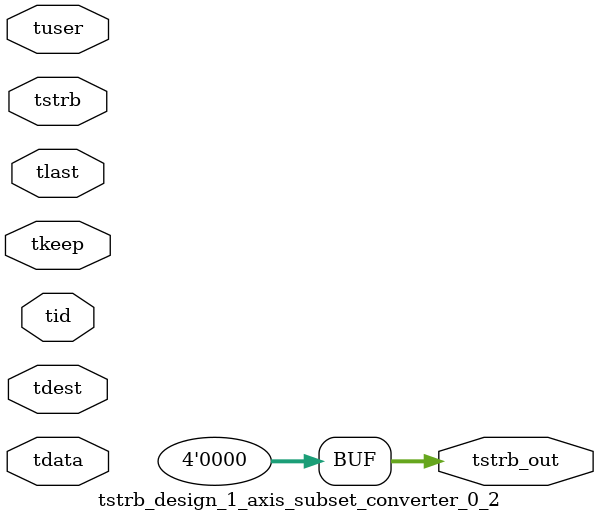
<source format=v>


`timescale 1ps/1ps

module tstrb_design_1_axis_subset_converter_0_2 #
(
parameter C_S_AXIS_TDATA_WIDTH = 32,
parameter C_S_AXIS_TUSER_WIDTH = 0,
parameter C_S_AXIS_TID_WIDTH   = 0,
parameter C_S_AXIS_TDEST_WIDTH = 0,
parameter C_M_AXIS_TDATA_WIDTH = 32
)
(
input  [(C_S_AXIS_TDATA_WIDTH == 0 ? 1 : C_S_AXIS_TDATA_WIDTH)-1:0     ] tdata,
input  [(C_S_AXIS_TUSER_WIDTH == 0 ? 1 : C_S_AXIS_TUSER_WIDTH)-1:0     ] tuser,
input  [(C_S_AXIS_TID_WIDTH   == 0 ? 1 : C_S_AXIS_TID_WIDTH)-1:0       ] tid,
input  [(C_S_AXIS_TDEST_WIDTH == 0 ? 1 : C_S_AXIS_TDEST_WIDTH)-1:0     ] tdest,
input  [(C_S_AXIS_TDATA_WIDTH/8)-1:0 ] tkeep,
input  [(C_S_AXIS_TDATA_WIDTH/8)-1:0 ] tstrb,
input                                                                    tlast,
output [(C_M_AXIS_TDATA_WIDTH/8)-1:0 ] tstrb_out
);

assign tstrb_out = {1'b0};

endmodule


</source>
